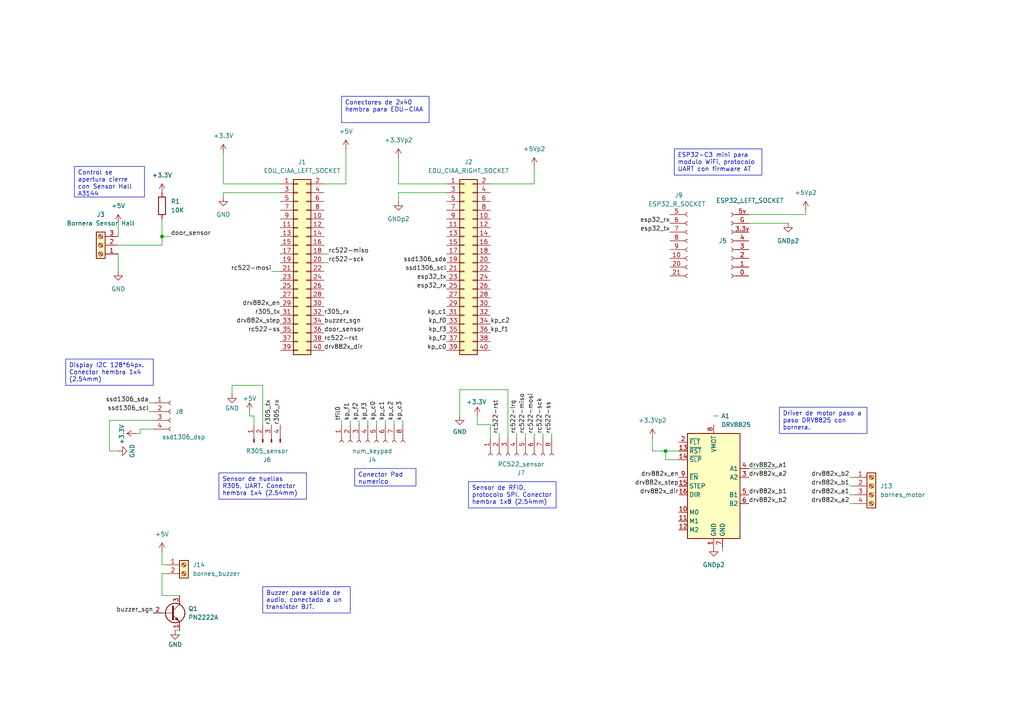
<source format=kicad_sch>
(kicad_sch (version 20250114) (generator "eeschema") (generator_version "9.0")
  (paper "A4")
  (lib_symbols
    (symbol "Conn_01x08_Socket_1" (pin_names (offset 1.016) (hide yes))
      (property "Reference" "J5" (at 1.27 0.0001 0))
      (property "Value" "Conn_01x08_Socket" (at 1.27 -2.5399 0))
      (symbol "Conn_01x08_Socket_1_1_1"
        (polyline (pts (xy -1.27 7.62) (xy -0.508 7.62)) (stroke (width 0.1524)))
        (polyline (pts (xy -1.27 5.08) (xy -0.508 5.08)) (stroke (width 0.1524)))
        (polyline (pts (xy -1.27 2.54) (xy -0.508 2.54)) (stroke (width 0.1524)))
        (polyline (pts (xy -1.27 0) (xy -0.508 0)) (stroke (width 0.1524)))
        (polyline (pts (xy -1.27 -2.54) (xy -0.508 -2.54)) (stroke (width 0.1524)))
        (polyline (pts (xy -1.27 -5.08) (xy -0.508 -5.08)) (stroke (width 0.1524)))
        (polyline (pts (xy -1.27 -7.62) (xy -0.508 -7.62)) (stroke (width 0.1524)))
        (polyline (pts (xy -1.27 -10.16) (xy -0.508 -10.16)) (stroke (width 0.1524)))
        (arc (start 0 7.112) (mid -0.5058 7.62) (end 0 8.128) (stroke (width 0.1524)))
        (arc (start 0 4.572) (mid -0.5058 5.08) (end 0 5.588) (stroke (width 0.1524)))
        (arc (start 0 2.032) (mid -0.5058 2.54) (end 0 3.048) (stroke (width 0.1524)))
        (arc (start 0 -0.508) (mid -0.5058 0) (end 0 0.508) (stroke (width 0.1524)))
        (arc (start 0 -3.048) (mid -0.5058 -2.54) (end 0 -2.032) (stroke (width 0.1524)))
        (arc (start 0 -5.588) (mid -0.5058 -5.08) (end 0 -4.572) (stroke (width 0.1524)))
        (arc (start 0 -8.128) (mid -0.5058 -7.62) (end 0 -7.112) (stroke (width 0.1524)))
        (arc (start 0 -10.668) (mid -0.5058 -10.16) (end 0 -9.652) (stroke (width 0.1524)))
        (pin passive line (at -5.08 7.62 0) (length 3.81) (name "5v") (number "5v"))
        (pin passive line (at -5.08 5.08 0) (length 3.81) (name "G") (number "G"))
        (pin passive line (at -5.08 2.54 0) (length 3.81) (name "3.3v") (number "3.3v"))
        (pin passive line (at -5.08 0 0) (length 3.81) (name "Pin_4") (number "4"))
        (pin passive line (at -5.08 -2.54 0) (length 3.81) (name "Pin_3") (number "3"))
        (pin passive line (at -5.08 -5.08 0) (length 3.81) (name "Pin_2") (number "2"))
        (pin passive line (at -5.08 -7.62 0) (length 3.81) (name "Pin_1") (number "1"))
        (pin passive line (at -5.08 -10.16 0) (length 3.81) (name "Pin_0") (number "0"))
      )
    )
    (symbol "Conn_01x08_Socket_2" (pin_names (offset 1.016) (hide yes))
      (property "Reference" "J9" (at -0.635 12.7 0))
      (property "Value" "Conn_01x08_Socket" (at -0.635 10.16 0))
      (symbol "Conn_01x08_Socket_2_1_1"
        (polyline (pts (xy -1.27 7.62) (xy -0.508 7.62)) (stroke (width 0.1524)))
        (polyline (pts (xy -1.27 5.08) (xy -0.508 5.08)) (stroke (width 0.1524)))
        (polyline (pts (xy -1.27 2.54) (xy -0.508 2.54)) (stroke (width 0.1524)))
        (polyline (pts (xy -1.27 0) (xy -0.508 0)) (stroke (width 0.1524)))
        (polyline (pts (xy -1.27 -2.54) (xy -0.508 -2.54)) (stroke (width 0.1524)))
        (polyline (pts (xy -1.27 -5.08) (xy -0.508 -5.08)) (stroke (width 0.1524)))
        (polyline (pts (xy -1.27 -7.62) (xy -0.508 -7.62)) (stroke (width 0.1524)))
        (polyline (pts (xy -1.27 -10.16) (xy -0.508 -10.16)) (stroke (width 0.1524)))
        (arc (start 0 7.112) (mid -0.5058 7.62) (end 0 8.128) (stroke (width 0.1524)))
        (arc (start 0 4.572) (mid -0.5058 5.08) (end 0 5.588) (stroke (width 0.1524)))
        (arc (start 0 2.032) (mid -0.5058 2.54) (end 0 3.048) (stroke (width 0.1524)))
        (arc (start 0 -0.508) (mid -0.5058 0) (end 0 0.508) (stroke (width 0.1524)))
        (arc (start 0 -3.048) (mid -0.5058 -2.54) (end 0 -2.032) (stroke (width 0.1524)))
        (arc (start 0 -5.588) (mid -0.5058 -5.08) (end 0 -4.572) (stroke (width 0.1524)))
        (arc (start 0 -8.128) (mid -0.5058 -7.62) (end 0 -7.112) (stroke (width 0.1524)))
        (arc (start 0 -10.668) (mid -0.5058 -10.16) (end 0 -9.652) (stroke (width 0.1524)))
        (pin passive line (at -5.08 7.62 0) (length 3.81) (name "Pin_5") (number "5"))
        (pin passive line (at -5.08 5.08 0) (length 3.81) (name "Pin_6") (number "6"))
        (pin passive line (at -5.08 2.54 0) (length 3.81) (name "Pin_7") (number "7"))
        (pin passive line (at -5.08 0 0) (length 3.81) (name "Pin_8") (number "8"))
        (pin passive line (at -5.08 -2.54 0) (length 3.81) (name "Pin_9") (number "9"))
        (pin passive line (at -5.08 -5.08 0) (length 3.81) (name "pin_10") (number "10"))
        (pin passive line (at -5.08 -7.62 0) (length 3.81) (name "Pin_20") (number "20"))
        (pin passive line (at -5.08 -10.16 0) (length 3.81) (name "Pin_21") (number "21"))
      )
    )
    (symbol "Connector:Conn_01x04_Pin" (pin_names (offset 1.016) (hide yes))
      (property "Reference" "J" (at 0 5.08 0))
      (property "Value" "Conn_01x04_Pin" (at 0 -7.62 0))
      (symbol "Conn_01x04_Pin_1_1"
        (rectangle (start 0.8636 2.667) (end 0 2.413) (stroke (width 0.1524)) (fill (type outline)))
        (rectangle (start 0.8636 0.127) (end 0 -0.127) (stroke (width 0.1524)) (fill (type outline)))
        (rectangle (start 0.8636 -2.413) (end 0 -2.667) (stroke (width 0.1524)) (fill (type outline)))
        (rectangle (start 0.8636 -4.953) (end 0 -5.207) (stroke (width 0.1524)) (fill (type outline)))
        (polyline (pts (xy 1.27 2.54) (xy 0.8636 2.54)) (stroke (width 0.1524)))
        (polyline (pts (xy 1.27 0) (xy 0.8636 0)) (stroke (width 0.1524)))
        (polyline (pts (xy 1.27 -2.54) (xy 0.8636 -2.54)) (stroke (width 0.1524)))
        (polyline (pts (xy 1.27 -5.08) (xy 0.8636 -5.08)) (stroke (width 0.1524)))
        (pin passive line (at 5.08 2.54 180) (length 3.81) (name "Pin_1") (number "1"))
        (pin passive line (at 5.08 0 180) (length 3.81) (name "Pin_2") (number "2"))
        (pin passive line (at 5.08 -2.54 180) (length 3.81) (name "Pin_3") (number "3"))
        (pin passive line (at 5.08 -5.08 180) (length 3.81) (name "Pin_4") (number "4"))
      )
    )
    (symbol "Connector:Conn_01x04_Socket" (pin_names (offset 1.016) (hide yes))
      (property "Reference" "J" (at 0 5.08 0))
      (property "Value" "Conn_01x04_Socket" (at 0 -7.62 0))
      (symbol "Conn_01x04_Socket_1_1"
        (polyline (pts (xy -1.27 2.54) (xy -0.508 2.54)) (stroke (width 0.1524)))
        (polyline (pts (xy -1.27 0) (xy -0.508 0)) (stroke (width 0.1524)))
        (polyline (pts (xy -1.27 -2.54) (xy -0.508 -2.54)) (stroke (width 0.1524)))
        (polyline (pts (xy -1.27 -5.08) (xy -0.508 -5.08)) (stroke (width 0.1524)))
        (arc (start 0 2.032) (mid -0.5058 2.54) (end 0 3.048) (stroke (width 0.1524)))
        (arc (start 0 -0.508) (mid -0.5058 0) (end 0 0.508) (stroke (width 0.1524)))
        (arc (start 0 -3.048) (mid -0.5058 -2.54) (end 0 -2.032) (stroke (width 0.1524)))
        (arc (start 0 -5.588) (mid -0.5058 -5.08) (end 0 -4.572) (stroke (width 0.1524)))
        (pin passive line (at -5.08 2.54 0) (length 3.81) (name "Pin_1") (number "1"))
        (pin passive line (at -5.08 0 0) (length 3.81) (name "Pin_2") (number "2"))
        (pin passive line (at -5.08 -2.54 0) (length 3.81) (name "Pin_3") (number "3"))
        (pin passive line (at -5.08 -5.08 0) (length 3.81) (name "Pin_4") (number "4"))
      )
    )
    (symbol "Connector:Conn_01x08_Socket" (pin_names (offset 1.016) (hide yes))
      (property "Reference" "J" (at 0 10.16 0))
      (property "Value" "Conn_01x08_Socket" (at 0 -12.7 0))
      (symbol "Conn_01x08_Socket_1_1"
        (polyline (pts (xy -1.27 7.62) (xy -0.508 7.62)) (stroke (width 0.1524)))
        (polyline (pts (xy -1.27 5.08) (xy -0.508 5.08)) (stroke (width 0.1524)))
        (polyline (pts (xy -1.27 2.54) (xy -0.508 2.54)) (stroke (width 0.1524)))
        (polyline (pts (xy -1.27 0) (xy -0.508 0)) (stroke (width 0.1524)))
        (polyline (pts (xy -1.27 -2.54) (xy -0.508 -2.54)) (stroke (width 0.1524)))
        (polyline (pts (xy -1.27 -5.08) (xy -0.508 -5.08)) (stroke (width 0.1524)))
        (polyline (pts (xy -1.27 -7.62) (xy -0.508 -7.62)) (stroke (width 0.1524)))
        (polyline (pts (xy -1.27 -10.16) (xy -0.508 -10.16)) (stroke (width 0.1524)))
        (arc (start 0 7.112) (mid -0.5058 7.62) (end 0 8.128) (stroke (width 0.1524)))
        (arc (start 0 4.572) (mid -0.5058 5.08) (end 0 5.588) (stroke (width 0.1524)))
        (arc (start 0 2.032) (mid -0.5058 2.54) (end 0 3.048) (stroke (width 0.1524)))
        (arc (start 0 -0.508) (mid -0.5058 0) (end 0 0.508) (stroke (width 0.1524)))
        (arc (start 0 -3.048) (mid -0.5058 -2.54) (end 0 -2.032) (stroke (width 0.1524)))
        (arc (start 0 -5.588) (mid -0.5058 -5.08) (end 0 -4.572) (stroke (width 0.1524)))
        (arc (start 0 -8.128) (mid -0.5058 -7.62) (end 0 -7.112) (stroke (width 0.1524)))
        (arc (start 0 -10.668) (mid -0.5058 -10.16) (end 0 -9.652) (stroke (width 0.1524)))
        (pin passive line (at -5.08 7.62 0) (length 3.81) (name "Pin_1") (number "1"))
        (pin passive line (at -5.08 5.08 0) (length 3.81) (name "Pin_2") (number "2"))
        (pin passive line (at -5.08 2.54 0) (length 3.81) (name "Pin_3") (number "3"))
        (pin passive line (at -5.08 0 0) (length 3.81) (name "Pin_4") (number "4"))
        (pin passive line (at -5.08 -2.54 0) (length 3.81) (name "Pin_5") (number "5"))
        (pin passive line (at -5.08 -5.08 0) (length 3.81) (name "Pin_6") (number "6"))
        (pin passive line (at -5.08 -7.62 0) (length 3.81) (name "Pin_7") (number "7"))
        (pin passive line (at -5.08 -10.16 0) (length 3.81) (name "Pin_8") (number "8"))
      )
    )
    (symbol "Connector:Screw_Terminal_01x02" (pin_names (offset 1.016) (hide yes))
      (property "Reference" "J" (at 0 2.54 0))
      (property "Value" "Screw_Terminal_01x02" (at 0 -5.08 0))
      (symbol "Screw_Terminal_01x02_1_1"
        (rectangle (start -1.27 1.27) (end 1.27 -3.81) (stroke (width 0.254)) (fill (type background)))
        (polyline (pts (xy -0.5334 0.3302) (xy 0.3302 -0.508)) (stroke (width 0.1524)))
        (polyline (pts (xy -0.5334 -2.2098) (xy 0.3302 -3.048)) (stroke (width 0.1524)))
        (polyline (pts (xy -0.3556 0.508) (xy 0.508 -0.3302)) (stroke (width 0.1524)))
        (polyline (pts (xy -0.3556 -2.032) (xy 0.508 -2.8702)) (stroke (width 0.1524)))
        (circle (center 0 0) (radius 0.635) (stroke (width 0.1524)))
        (circle (center 0 -2.54) (radius 0.635) (stroke (width 0.1524)))
        (pin passive line (at -5.08 0 0) (length 3.81) (name "Pin_1") (number "1"))
        (pin passive line (at -5.08 -2.54 0) (length 3.81) (name "Pin_2") (number "2"))
      )
    )
    (symbol "Connector:Screw_Terminal_01x03" (pin_names (offset 1.016) (hide yes))
      (property "Reference" "J" (at 0 5.08 0))
      (property "Value" "Screw_Terminal_01x03" (at 0 -5.08 0))
      (symbol "Screw_Terminal_01x03_1_1"
        (rectangle (start -1.27 3.81) (end 1.27 -3.81) (stroke (width 0.254)) (fill (type background)))
        (polyline (pts (xy -0.5334 2.8702) (xy 0.3302 2.032)) (stroke (width 0.1524)))
        (polyline (pts (xy -0.5334 0.3302) (xy 0.3302 -0.508)) (stroke (width 0.1524)))
        (polyline (pts (xy -0.5334 -2.2098) (xy 0.3302 -3.048)) (stroke (width 0.1524)))
        (polyline (pts (xy -0.3556 3.048) (xy 0.508 2.2098)) (stroke (width 0.1524)))
        (polyline (pts (xy -0.3556 0.508) (xy 0.508 -0.3302)) (stroke (width 0.1524)))
        (polyline (pts (xy -0.3556 -2.032) (xy 0.508 -2.8702)) (stroke (width 0.1524)))
        (circle (center 0 2.54) (radius 0.635) (stroke (width 0.1524)))
        (circle (center 0 0) (radius 0.635) (stroke (width 0.1524)))
        (circle (center 0 -2.54) (radius 0.635) (stroke (width 0.1524)))
        (pin passive line (at -5.08 2.54 0) (length 3.81) (name "Pin_1") (number "1"))
        (pin passive line (at -5.08 0 0) (length 3.81) (name "Pin_2") (number "2"))
        (pin passive line (at -5.08 -2.54 0) (length 3.81) (name "Pin_3") (number "3"))
      )
    )
    (symbol "Connector:Screw_Terminal_01x04" (pin_names (offset 1.016) (hide yes))
      (property "Reference" "J" (at 0 5.08 0))
      (property "Value" "Screw_Terminal_01x04" (at 0 -7.62 0))
      (symbol "Screw_Terminal_01x04_1_1"
        (rectangle (start -1.27 3.81) (end 1.27 -6.35) (stroke (width 0.254)) (fill (type background)))
        (polyline (pts (xy -0.5334 2.8702) (xy 0.3302 2.032)) (stroke (width 0.1524)))
        (polyline (pts (xy -0.5334 0.3302) (xy 0.3302 -0.508)) (stroke (width 0.1524)))
        (polyline (pts (xy -0.5334 -2.2098) (xy 0.3302 -3.048)) (stroke (width 0.1524)))
        (polyline (pts (xy -0.5334 -4.7498) (xy 0.3302 -5.588)) (stroke (width 0.1524)))
        (polyline (pts (xy -0.3556 3.048) (xy 0.508 2.2098)) (stroke (width 0.1524)))
        (polyline (pts (xy -0.3556 0.508) (xy 0.508 -0.3302)) (stroke (width 0.1524)))
        (polyline (pts (xy -0.3556 -2.032) (xy 0.508 -2.8702)) (stroke (width 0.1524)))
        (polyline (pts (xy -0.3556 -4.572) (xy 0.508 -5.4102)) (stroke (width 0.1524)))
        (circle (center 0 2.54) (radius 0.635) (stroke (width 0.1524)))
        (circle (center 0 0) (radius 0.635) (stroke (width 0.1524)))
        (circle (center 0 -2.54) (radius 0.635) (stroke (width 0.1524)))
        (circle (center 0 -5.08) (radius 0.635) (stroke (width 0.1524)))
        (pin passive line (at -5.08 2.54 0) (length 3.81) (name "Pin_1") (number "1"))
        (pin passive line (at -5.08 0 0) (length 3.81) (name "Pin_2") (number "2"))
        (pin passive line (at -5.08 -2.54 0) (length 3.81) (name "Pin_3") (number "3"))
        (pin passive line (at -5.08 -5.08 0) (length 3.81) (name "Pin_4") (number "4"))
      )
    )
    (symbol "Connector_Generic:Conn_02x20_Odd_Even" (pin_names (offset 1.016) (hide yes))
      (property "Reference" "J" (at 1.27 25.4 0))
      (property "Value" "Conn_02x20_Odd_Even" (at 1.27 -27.94 0))
      (symbol "Conn_02x20_Odd_Even_1_1"
        (rectangle (start -1.27 24.13) (end 3.81 -26.67) (stroke (width 0.254)) (fill (type background)))
        (rectangle (start -1.27 22.987) (end 0 22.733) (stroke (width 0.1524)))
        (rectangle (start -1.27 20.447) (end 0 20.193) (stroke (width 0.1524)))
        (rectangle (start -1.27 17.907) (end 0 17.653) (stroke (width 0.1524)))
        (rectangle (start -1.27 15.367) (end 0 15.113) (stroke (width 0.1524)))
        (rectangle (start -1.27 12.827) (end 0 12.573) (stroke (width 0.1524)))
        (rectangle (start -1.27 10.287) (end 0 10.033) (stroke (width 0.1524)))
        (rectangle (start -1.27 7.747) (end 0 7.493) (stroke (width 0.1524)))
        (rectangle (start -1.27 5.207) (end 0 4.953) (stroke (width 0.1524)))
        (rectangle (start -1.27 2.667) (end 0 2.413) (stroke (width 0.1524)))
        (rectangle (start -1.27 0.127) (end 0 -0.127) (stroke (width 0.1524)))
        (rectangle (start -1.27 -2.413) (end 0 -2.667) (stroke (width 0.1524)))
        (rectangle (start -1.27 -4.953) (end 0 -5.207) (stroke (width 0.1524)))
        (rectangle (start -1.27 -7.493) (end 0 -7.747) (stroke (width 0.1524)))
        (rectangle (start -1.27 -10.033) (end 0 -10.287) (stroke (width 0.1524)))
        (rectangle (start -1.27 -12.573) (end 0 -12.827) (stroke (width 0.1524)))
        (rectangle (start -1.27 -15.113) (end 0 -15.367) (stroke (width 0.1524)))
        (rectangle (start -1.27 -17.653) (end 0 -17.907) (stroke (width 0.1524)))
        (rectangle (start -1.27 -20.193) (end 0 -20.447) (stroke (width 0.1524)))
        (rectangle (start -1.27 -22.733) (end 0 -22.987) (stroke (width 0.1524)))
        (rectangle (start -1.27 -25.273) (end 0 -25.527) (stroke (width 0.1524)))
        (rectangle (start 3.81 22.987) (end 2.54 22.733) (stroke (width 0.1524)))
        (rectangle (start 3.81 20.447) (end 2.54 20.193) (stroke (width 0.1524)))
        (rectangle (start 3.81 17.907) (end 2.54 17.653) (stroke (width 0.1524)))
        (rectangle (start 3.81 15.367) (end 2.54 15.113) (stroke (width 0.1524)))
        (rectangle (start 3.81 12.827) (end 2.54 12.573) (stroke (width 0.1524)))
        (rectangle (start 3.81 10.287) (end 2.54 10.033) (stroke (width 0.1524)))
        (rectangle (start 3.81 7.747) (end 2.54 7.493) (stroke (width 0.1524)))
        (rectangle (start 3.81 5.207) (end 2.54 4.953) (stroke (width 0.1524)))
        (rectangle (start 3.81 2.667) (end 2.54 2.413) (stroke (width 0.1524)))
        (rectangle (start 3.81 0.127) (end 2.54 -0.127) (stroke (width 0.1524)))
        (rectangle (start 3.81 -2.413) (end 2.54 -2.667) (stroke (width 0.1524)))
        (rectangle (start 3.81 -4.953) (end 2.54 -5.207) (stroke (width 0.1524)))
        (rectangle (start 3.81 -7.493) (end 2.54 -7.747) (stroke (width 0.1524)))
        (rectangle (start 3.81 -10.033) (end 2.54 -10.287) (stroke (width 0.1524)))
        (rectangle (start 3.81 -12.573) (end 2.54 -12.827) (stroke (width 0.1524)))
        (rectangle (start 3.81 -15.113) (end 2.54 -15.367) (stroke (width 0.1524)))
        (rectangle (start 3.81 -17.653) (end 2.54 -17.907) (stroke (width 0.1524)))
        (rectangle (start 3.81 -20.193) (end 2.54 -20.447) (stroke (width 0.1524)))
        (rectangle (start 3.81 -22.733) (end 2.54 -22.987) (stroke (width 0.1524)))
        (rectangle (start 3.81 -25.273) (end 2.54 -25.527) (stroke (width 0.1524)))
        (pin passive line (at -5.08 22.86 0) (length 3.81) (name "Pin_1") (number "1"))
        (pin passive line (at -5.08 20.32 0) (length 3.81) (name "Pin_3") (number "3"))
        (pin passive line (at -5.08 17.78 0) (length 3.81) (name "Pin_5") (number "5"))
        (pin passive line (at -5.08 15.24 0) (length 3.81) (name "Pin_7") (number "7"))
        (pin passive line (at -5.08 12.7 0) (length 3.81) (name "Pin_9") (number "9"))
        (pin passive line (at -5.08 10.16 0) (length 3.81) (name "Pin_11") (number "11"))
        (pin passive line (at -5.08 7.62 0) (length 3.81) (name "Pin_13") (number "13"))
        (pin passive line (at -5.08 5.08 0) (length 3.81) (name "Pin_15") (number "15"))
        (pin passive line (at -5.08 2.54 0) (length 3.81) (name "Pin_17") (number "17"))
        (pin passive line (at -5.08 0 0) (length 3.81) (name "Pin_19") (number "19"))
        (pin passive line (at -5.08 -2.54 0) (length 3.81) (name "Pin_21") (number "21"))
        (pin passive line (at -5.08 -5.08 0) (length 3.81) (name "Pin_23") (number "23"))
        (pin passive line (at -5.08 -7.62 0) (length 3.81) (name "Pin_25") (number "25"))
        (pin passive line (at -5.08 -10.16 0) (length 3.81) (name "Pin_27") (number "27"))
        (pin passive line (at -5.08 -12.7 0) (length 3.81) (name "Pin_29") (number "29"))
        (pin passive line (at -5.08 -15.24 0) (length 3.81) (name "Pin_31") (number "31"))
        (pin passive line (at -5.08 -17.78 0) (length 3.81) (name "Pin_33") (number "33"))
        (pin passive line (at -5.08 -20.32 0) (length 3.81) (name "Pin_35") (number "35"))
        (pin passive line (at -5.08 -22.86 0) (length 3.81) (name "Pin_37") (number "37"))
        (pin passive line (at -5.08 -25.4 0) (length 3.81) (name "Pin_39") (number "39"))
        (pin passive line (at 7.62 22.86 180) (length 3.81) (name "Pin_2") (number "2"))
        (pin passive line (at 7.62 20.32 180) (length 3.81) (name "Pin_4") (number "4"))
        (pin passive line (at 7.62 17.78 180) (length 3.81) (name "Pin_6") (number "6"))
        (pin passive line (at 7.62 15.24 180) (length 3.81) (name "Pin_8") (number "8"))
        (pin passive line (at 7.62 12.7 180) (length 3.81) (name "Pin_10") (number "10"))
        (pin passive line (at 7.62 10.16 180) (length 3.81) (name "Pin_12") (number "12"))
        (pin passive line (at 7.62 7.62 180) (length 3.81) (name "Pin_14") (number "14"))
        (pin passive line (at 7.62 5.08 180) (length 3.81) (name "Pin_16") (number "16"))
        (pin passive line (at 7.62 2.54 180) (length 3.81) (name "Pin_18") (number "18"))
        (pin passive line (at 7.62 0 180) (length 3.81) (name "Pin_20") (number "20"))
        (pin passive line (at 7.62 -2.54 180) (length 3.81) (name "Pin_22") (number "22"))
        (pin passive line (at 7.62 -5.08 180) (length 3.81) (name "Pin_24") (number "24"))
        (pin passive line (at 7.62 -7.62 180) (length 3.81) (name "Pin_26") (number "26"))
        (pin passive line (at 7.62 -10.16 180) (length 3.81) (name "Pin_28") (number "28"))
        (pin passive line (at 7.62 -12.7 180) (length 3.81) (name "Pin_30") (number "30"))
        (pin passive line (at 7.62 -15.24 180) (length 3.81) (name "Pin_32") (number "32"))
        (pin passive line (at 7.62 -17.78 180) (length 3.81) (name "Pin_34") (number "34"))
        (pin passive line (at 7.62 -20.32 180) (length 3.81) (name "Pin_36") (number "36"))
        (pin passive line (at 7.62 -22.86 180) (length 3.81) (name "Pin_38") (number "38"))
        (pin passive line (at 7.62 -25.4 180) (length 3.81) (name "Pin_40") (number "40"))
      )
    )
    (symbol "Device:R" (pin_numbers (hide yes)) (pin_names (offset 0))
      (property "Reference" "R" (at 2.032 0 90))
      (property "Value" "R" (at 0 0 90))
      (symbol "R_0_1"
        (rectangle (start -1.016 -2.54) (end 1.016 2.54) (stroke (width 0.254)))
      )
      (symbol "R_1_1"
        (pin passive line (at 0 3.81 270) (length 1.27) (name "~") (number "1"))
        (pin passive line (at 0 -3.81 90) (length 1.27) (name "~") (number "2"))
      )
    )
    (symbol "Driver_Motor:Pololu_Breakout_DRV8825"
      (property "Reference" "A" (at -2.54 16.51 0))
      (property "Value" "Pololu_Breakout_DRV8825" (at -2.54 13.97 0))
      (symbol "Pololu_Breakout_DRV8825_0_1"
        (rectangle (start 7.62 -17.78) (end -7.62 12.7) (stroke (width 0.254)) (fill (type background)))
      )
      (symbol "Pololu_Breakout_DRV8825_1_1"
        (pin output line (at -10.16 10.16 0) (length 2.54) (name "~{FLT}") (number "2"))
        (pin input line (at -10.16 7.62 0) (length 2.54) (name "~{RST}") (number "13"))
        (pin input line (at -10.16 5.08 0) (length 2.54) (name "~{SLP}") (number "14"))
        (pin input line (at -10.16 0 0) (length 2.54) (name "~{EN}") (number "9"))
        (pin input line (at -10.16 -2.54 0) (length 2.54) (name "STEP") (number "15"))
        (pin input line (at -10.16 -5.08 0) (length 2.54) (name "DIR") (number "16"))
        (pin input line (at -10.16 -10.16 0) (length 2.54) (name "M0") (number "10"))
        (pin input line (at -10.16 -12.7 0) (length 2.54) (name "M1") (number "11"))
        (pin input line (at -10.16 -15.24 0) (length 2.54) (name "M2") (number "12"))
        (pin power_in line (at 0 15.24 270) (length 2.54) (name "VMOT") (number "8"))
        (pin power_in line (at 0 -20.32 90) (length 2.54) (name "GND") (number "1"))
        (pin power_in line (at 2.54 -20.32 90) (length 2.54) (name "GND") (number "7"))
        (pin output line (at 10.16 2.54 180) (length 2.54) (name "A1") (number "4"))
        (pin output line (at 10.16 0 180) (length 2.54) (name "A2") (number "3"))
        (pin output line (at 10.16 -5.08 180) (length 2.54) (name "B1") (number "5"))
        (pin output line (at 10.16 -7.62 180) (length 2.54) (name "B2") (number "6"))
      )
    )
    (symbol "Transistor_BJT:PN2222A" (pin_names (offset 0) (hide yes))
      (property "Reference" "Q" (at 5.08 1.905 0))
      (property "Value" "PN2222A" (at 5.08 0 0))
      (symbol "PN2222A_0_1"
        (polyline (pts (xy -2.54 0) (xy 0.635 0)))
        (polyline (pts (xy 0.635 1.905) (xy 0.635 -1.905)) (stroke (width 0.508)))
        (circle (center 1.27 0) (radius 2.8194) (stroke (width 0.254)))
      )
      (symbol "PN2222A_1_1"
        (polyline (pts (xy 0.635 0.635) (xy 2.54 2.54)))
        (polyline (pts (xy 0.635 -0.635) (xy 2.54 -2.54)))
        (polyline (pts (xy 1.27 -1.778) (xy 1.778 -1.27) (xy 2.286 -2.286) (xy 1.27 -1.778)) (fill (type outline)))
        (pin input line (at -5.08 0 0) (length 2.54) (name "B") (number "2"))
        (pin passive line (at 2.54 5.08 270) (length 2.54) (name "C") (number "3"))
        (pin passive line (at 2.54 -5.08 90) (length 2.54) (name "E") (number "1"))
      )
    )
    (symbol "power:+3.3V" (power) (pin_numbers (hide yes)) (pin_names (offset 0) (hide yes))
      (property "Value" "+3.3V" (at 0 3.556 0))
      (symbol "+3.3V_0_1"
        (polyline (pts (xy -0.762 1.27) (xy 0 2.54)))
        (polyline (pts (xy 0 2.54) (xy 0.762 1.27)))
        (polyline (pts (xy 0 0) (xy 0 2.54)))
      )
      (symbol "+3.3V_1_1"
        (pin power_in line (at 0 0 90) (length 0) (name "~") (number "1"))
      )
    )
    (symbol "power:+5V" (power) (pin_numbers (hide yes)) (pin_names (offset 0) (hide yes))
      (property "Value" "+5V" (at 0 3.556 0))
      (symbol "+5V_0_1"
        (polyline (pts (xy -0.762 1.27) (xy 0 2.54)))
        (polyline (pts (xy 0 2.54) (xy 0.762 1.27)))
        (polyline (pts (xy 0 0) (xy 0 2.54)))
      )
      (symbol "+5V_1_1"
        (pin power_in line (at 0 0 90) (length 0) (name "~") (number "1"))
      )
    )
    (symbol "power:GND" (power) (pin_numbers (hide yes)) (pin_names (offset 0) (hide yes))
      (property "Value" "GND" (at 0 -3.81 0))
      (symbol "GND_0_1"
        (polyline (pts (xy 0 0) (xy 0 -1.27) (xy 1.27 -1.27) (xy 0 -2.54) (xy -1.27 -1.27) (xy 0 -1.27)))
      )
      (symbol "GND_1_1"
        (pin power_in line (at 0 0 270) (length 0) (name "~") (number "1"))
      )
    )
  )
  (text_box "Driver de motor paso a paso DRV8825 con bornera." (at 226.06 118.11 0) (size 25.4 7.62) (margins 0.9525 0.9525 0.9525 0.9525) (effects (font (size 1.27 1.27)) (justify left top)))
  (text_box "Display I2C 128*64px. Conector hembra 1x4 (2.54mm)" (at 19.05 104.14 0) (size 25.4 7.62) (margins 0.9525 0.9525 0.9525 0.9525) (effects (font (size 1.27 1.27)) (justify left top)))
  (text_box "Control se apertura cierre con Sensor Hall A3144" (at 21.59 48.26 0) (size 20.32 8.89) (margins 0.9525 0.9525 0.9525 0.9525) (effects (font (size 1.27 1.27)) (justify left top)))
  (text_box "Conectores de 2x40 hembra para EDU-CIAA" (at 99.06 27.94 0) (size 25.4 7.62) (margins 0.9525 0.9525 0.9525 0.9525) (effects (font (size 1.27 1.27)) (justify left top)))
  (text_box "Buzzer para salida de audio, conectado a un transistor BJT." (at 76.2 170.18 0) (size 25.4 7.62) (margins 0.9525 0.9525 0.9525 0.9525) (effects (font (size 1.27 1.27)) (justify left top)))
  (text_box "Conector Pad numerico" (at 102.87 135.89 0) (size 17.78 5.08) (margins 0.9525 0.9525 0.9525 0.9525) (effects (font (size 1.27 1.27)) (justify left top)))
  (text_box "ESP32-C3 mini para modulo WiFi, protocolo UART con firmware AT" (at 195.58 43.18 0) (size 25.4 7.62) (margins 0.9525 0.9525 0.9525 0.9525) (effects (font (size 1.27 1.27)) (justify left top)))
  (text_box "Sensor de huellas R305, UART. Conector hembra 1x4 (2.54mm)" (at 63.5 137.16 0) (size 25.4 7.62) (margins 0.9525 0.9525 0.9525 0.9525) (effects (font (size 1.27 1.27)) (justify left top)))
  (text_box "Sensor de RFID, protocolo SPI. Conector hembra 1x8 (2.54mm)" (at 135.89 139.7 0) (size 25.4 7.62) (margins 0.9525 0.9525 0.9525 0.9525) (effects (font (size 1.27 1.27)) (justify left top)))
  (junction (at 46.99 68.58))
  (junction (at 193.04 130.81))
  (wire (pts (xy 44.45 121.92) (xy 31.75 121.92)))
  (wire (pts (xy 114.3 123.19) (xy 114.3 121.92)))
  (wire (pts (xy 48.26 166.37) (xy 46.99 166.37)))
  (wire (pts (xy 72.39 119.38) (xy 72.39 120.65)))
  (wire (pts (xy 115.57 58.42) (xy 115.57 55.88)))
  (wire (pts (xy 99.06 123.19) (xy 99.06 121.92)))
  (wire (pts (xy 149.86 127) (xy 149.86 125.73)))
  (wire (pts (xy 100.33 53.34) (xy 100.33 43.18)))
  (wire (pts (xy 247.65 146.05) (xy 246.38 146.05)))
  (wire (pts (xy 52.07 182.88) (xy 50.8 182.88)))
  (wire (pts (xy 133.35 113.03) (xy 133.35 120.65)))
  (wire (pts (xy 64.77 55.88) (xy 81.28 55.88)))
  (wire (pts (xy 109.22 123.19) (xy 109.22 121.92)))
  (wire (pts (xy 104.14 123.19) (xy 104.14 121.92)))
  (wire (pts (xy 46.99 71.12) (xy 46.99 68.58)))
  (wire (pts (xy 40.64 125.73) (xy 40.64 124.46)))
  (wire (pts (xy 116.84 123.19) (xy 116.84 121.92)))
  (wire (pts (xy 64.77 57.15) (xy 64.77 55.88)))
  (wire (pts (xy 64.77 44.45) (xy 64.77 53.34)))
  (wire (pts (xy 154.94 127) (xy 154.94 125.73)))
  (wire (pts (xy 115.57 53.34) (xy 129.54 53.34)))
  (wire (pts (xy 46.99 63.5) (xy 46.99 68.58)))
  (wire (pts (xy 247.65 140.97) (xy 246.38 140.97)))
  (wire (pts (xy 44.45 119.38) (xy 43.18 119.38)))
  (wire (pts (xy 95.25 73.66) (xy 93.98 73.66)))
  (wire (pts (xy 101.6 123.19) (xy 101.6 121.92)))
  (wire (pts (xy 34.29 64.77) (xy 34.29 68.58)))
  (wire (pts (xy 46.99 163.83) (xy 48.26 163.83)))
  (wire (pts (xy 111.76 123.19) (xy 111.76 121.92)))
  (wire (pts (xy 209.55 160.02) (xy 209.55 158.75)))
  (wire (pts (xy 228.6 64.77) (xy 217.17 64.77)))
  (wire (pts (xy 93.98 53.34) (xy 100.33 53.34)))
  (wire (pts (xy 142.24 53.34) (xy 154.94 53.34)))
  (wire (pts (xy 115.57 55.88) (xy 129.54 55.88)))
  (wire (pts (xy 39.37 125.73) (xy 40.64 125.73)))
  (wire (pts (xy 196.85 133.35) (xy 193.04 133.35)))
  (wire (pts (xy 217.17 62.23) (xy 233.68 62.23)))
  (wire (pts (xy 44.45 116.84) (xy 43.18 116.84)))
  (wire (pts (xy 72.39 120.65) (xy 73.66 120.65)))
  (wire (pts (xy 144.78 127) (xy 144.78 125.73)))
  (wire (pts (xy 34.29 78.74) (xy 34.29 73.66)))
  (wire (pts (xy 46.99 160.02) (xy 46.99 163.83)))
  (wire (pts (xy 160.02 127) (xy 160.02 125.73)))
  (wire (pts (xy 95.25 76.2) (xy 93.98 76.2)))
  (wire (pts (xy 147.32 127) (xy 147.32 113.03)))
  (wire (pts (xy 247.65 138.43) (xy 246.38 138.43)))
  (wire (pts (xy 193.04 130.81) (xy 189.23 130.81)))
  (wire (pts (xy 31.75 130.81) (xy 34.29 130.81)))
  (wire (pts (xy 49.53 68.58) (xy 46.99 68.58)))
  (wire (pts (xy 40.64 124.46) (xy 44.45 124.46)))
  (wire (pts (xy 34.29 71.12) (xy 46.99 71.12)))
  (wire (pts (xy 78.74 78.74) (xy 81.28 78.74)))
  (wire (pts (xy 46.99 166.37) (xy 46.99 172.72)))
  (wire (pts (xy 73.66 120.65) (xy 73.66 123.19)))
  (wire (pts (xy 196.85 130.81) (xy 193.04 130.81)))
  (wire (pts (xy 147.32 113.03) (xy 133.35 113.03)))
  (wire (pts (xy 152.4 127) (xy 152.4 125.73)))
  (wire (pts (xy 142.24 123.19) (xy 142.24 127)))
  (wire (pts (xy 67.31 111.76) (xy 67.31 114.3)))
  (wire (pts (xy 193.04 133.35) (xy 193.04 130.81)))
  (wire (pts (xy 233.68 62.23) (xy 233.68 60.96)))
  (wire (pts (xy 208.28 120.65) (xy 207.01 120.65)))
  (wire (pts (xy 115.57 45.72) (xy 115.57 53.34)))
  (wire (pts (xy 157.48 127) (xy 157.48 125.73)))
  (wire (pts (xy 76.2 123.19) (xy 76.2 111.76)))
  (wire (pts (xy 106.68 123.19) (xy 106.68 121.92)))
  (wire (pts (xy 247.65 143.51) (xy 246.38 143.51)))
  (wire (pts (xy 138.43 123.19) (xy 142.24 123.19)))
  (wire (pts (xy 76.2 111.76) (xy 67.31 111.76)))
  (wire (pts (xy 154.94 53.34) (xy 154.94 48.26)))
  (wire (pts (xy 31.75 121.92) (xy 31.75 130.81)))
  (wire (pts (xy 52.07 172.72) (xy 46.99 172.72)))
  (wire (pts (xy 217.17 135.89) (xy 224.79 135.89)))
  (wire (pts (xy 138.43 120.65) (xy 138.43 123.19)))
  (wire (pts (xy 189.23 127) (xy 189.23 130.81)))
  (wire (pts (xy 64.77 53.34) (xy 81.28 53.34)))
  (label "drv882x_a1" (at 217.17 135.89 0))
  (label "esp32_tx" (at 129.54 81.28 180))
  (label "drv882x_en" (at 196.85 138.43 180))
  (label "ssd1306_scl" (at 129.54 78.74 180))
  (label "r305_rx" (at 93.98 91.44 0))
  (label "drv882x_en" (at 81.28 88.9 180))
  (label "esp32_rx" (at 194.31 64.77 180))
  (label "door_sensor" (at 49.53 68.58 0))
  (label "kp_f3" (at 106.68 121.92 90))
  (label "buzzer_sgn" (at 44.45 177.8 180))
  (label "esp32_tx" (at 194.31 67.31 180))
  (label "kp_c0" (at 109.22 121.92 90))
  (label "drv882x_b1" (at 246.38 140.97 180))
  (label "kp_c0" (at 129.54 101.6 180))
  (label "drv882x_b2" (at 217.17 146.05 0))
  (label "esp32_rx" (at 129.54 83.82 180))
  (label "rc522-irq" (at 149.86 125.73 90))
  (label "kp_f1" (at 101.6 121.92 90))
  (label "rc522-mosi" (at 78.74 78.74 180))
  (label "drv882x_step" (at 196.85 140.97 180))
  (label "kp_c1" (at 129.54 91.44 180))
  (label "ssd1306_sda" (at 129.54 76.2 180))
  (label "kp_f2" (at 104.14 121.92 90))
  (label "kp_c2" (at 114.3 121.92 90))
  (label "drv882x_a2" (at 246.38 146.05 180))
  (label "rc522-sck" (at 157.48 125.73 90))
  (label "kp_c3" (at 116.84 121.92 90))
  (label "rc522-ss" (at 81.28 96.52 180))
  (label "rc522-miso" (at 95.25 73.66 0))
  (label "rc522-ss" (at 160.02 125.73 90))
  (label "kp_f2" (at 129.54 99.06 180))
  (label "rc522-mosi" (at 154.94 125.73 90))
  (label "drv882x_b1" (at 217.17 143.51 0))
  (label "rc522-rst" (at 144.78 125.73 90))
  (label "r305_tx" (at 78.74 123.19 90))
  (label "rc522-miso" (at 152.4 125.73 90))
  (label "kp_c2" (at 142.24 93.98 0))
  (label "ssd1306_sda" (at 43.18 116.84 180))
  (label "r305_tx" (at 81.28 91.44 180))
  (label "rc522-sck" (at 95.25 76.2 0))
  (label "door_sensor" (at 93.98 96.52 0))
  (label "kp_f3" (at 129.54 96.52 180))
  (label "kp_f1" (at 142.24 96.52 0))
  (label "drv882x_a2" (at 217.17 138.43 0))
  (label "buzzer_sgn" (at 93.98 93.98 0))
  (label "kp_c1" (at 111.76 121.92 90))
  (label "ssd1306_scl" (at 43.18 119.38 180))
  (label "drv882x_a1" (at 246.38 143.51 180))
  (label "drv882x_dir" (at 196.85 143.51 180))
  (label "kp_f0" (at 129.54 93.98 180))
  (label "r305_rx" (at 81.28 123.19 90))
  (label "drv882x_dir" (at 93.98 101.6 0))
  (label "drv882x_b2" (at 246.38 138.43 180))
  (label "tfil0" (at 99.06 121.92 90))
  (label "drv882x_step" (at 81.28 93.98 180))
  (label "rc522-rst" (at 93.98 99.06 0))
  (symbol (lib_id "power:+3.3V") (at 46.99 55.88 0) (unit 1)
    (property "Reference" "#PWR019" (effects (hide yes)))
    (property "Value" "+3.3V" (at 46.99 50.8 0))
    (property "Description" "Power symbol creates a global label with name \"+3.3V\"" (effects (hide yes)))
  )
  (symbol (lib_id "power:GND") (at 115.57 58.42 0) (unit 1)
    (property "Reference" "#PWR022" (effects (hide yes)))
    (property "Value" "GNDp2" (at 115.57 63.5 0))
    (property "Description" "Power symbol creates a global label with name \"GND\" , ground" (effects (hide yes)))
  )
  (symbol (lib_id "Transistor_BJT:PN2222A") (at 49.53 177.8 0) (unit 1)
    (property "Reference" "Q1" (at 54.61 176.5299 0) (effects (justify left)))
    (property "Value" "PN2222A" (at 54.61 179.0699 0) (effects (justify left)))
    (property "Footprint" "Package_TO_SOT_THT:TO-92_Inline" (effects (hide yes)))
    (property "Datasheet" "https://www.onsemi.com/pub/Collateral/PN2222-D.PDF" (effects (hide yes)))
    (property "Description" "1A Ic, 40V Vce, NPN Transistor, General Purpose Transistor, TO-92" (effects (hide yes)))
  )
  (symbol (lib_id "power:+3.3V") (at 138.43 120.65 0) (unit 1)
    (property "Reference" "#PWR09" (effects (hide yes)))
    (property "Value" "+3.3V" (at 138.176 116.586 0))
    (property "Description" "Power symbol creates a global label with name \"+3.3V\"" (effects (hide yes)))
  )
  (symbol (lib_id "power:+5V") (at 100.33 43.18 0) (unit 1)
    (property "Reference" "#PWR02" (effects (hide yes)))
    (property "Value" "+5V" (at 100.33 38.1 0))
    (property "Description" "Power symbol creates a global label with name \"+5V\"" (effects (hide yes)))
  )
  (symbol (lib_name "Conn_01x08_Socket_1") (lib_id "Connector:Conn_01x08_Socket") (at 212.09 69.85 0) (mirror y) (unit 1)
    (property "Reference" "J5" (at 210.82 69.8499 0) (effects (justify left)))
    (property "Value" "ESP32_LEFT_SOCKET" (at 227.33 58.166 0) (effects (justify left)))
    (property "Footprint" "Connector_Molex:Molex_KK-254_AE-6410-08A_1x08_P2.54mm_Vertical" (effects (hide yes)))
    (property "Description" "Generic connector, single row, 01x08, script generated" (effects (hide yes)))
  )
  (symbol (lib_id "Connector:Conn_01x04_Pin") (at 76.2 128.27 90) (unit 1)
    (property "Reference" "J6" (at 77.47 133.35 90))
    (property "Value" "R305_sensor" (at 77.47 130.81 90))
    (property "Footprint" "Connector:FanPinHeader_1x04_P2.54mm_Vertical" (effects (hide yes)))
    (property "Description" "Generic connector, single row, 01x04, script generated" (effects (hide yes)))
  )
  (symbol (lib_id "Connector_Generic:Conn_02x20_Odd_Even") (at 134.62 76.2 0) (unit 1)
    (property "Reference" "J2" (at 135.89 46.99 0))
    (property "Value" "EDU_CIAA_RIGHT_SOCKET" (at 135.89 49.53 0))
    (property "Footprint" "Connector_Harwin:Harwin_M20-7812045_2x20_P2.54mm_Vertical" (effects (hide yes)))
    (property "Description" "Generic connector, double row, 02x20, odd/even pin numbering scheme (row 1 odd numbers, row 2 even numbers), script generated (kicad-library-utils/schlib/autogen/connector/)" (effects (hide yes)))
  )
  (symbol (lib_id "Driver_Motor:Pololu_Breakout_DRV8825") (at 207.01 138.43 0) (unit 1)
    (property "Reference" "A1" (at 209.1533 120.65 0) (effects (justify left)))
    (property "Value" "DRV8825" (at 209.1533 123.19 0) (effects (justify left)))
    (property "Footprint" "Module:Pololu_Breakout-16_15.2x20.3mm" (effects (hide yes)))
    (property "Datasheet" "https://www.pololu.com/product/2982" (effects (hide yes)))
    (property "Description" "Pololu Breakout Board, Stepper Driver DRV8825" (effects (hide yes)))
  )
  (symbol (lib_id "power:GND") (at 50.8 182.88 0) (unit 1)
    (property "Reference" "#PWR016" (effects (hide yes)))
    (property "Value" "GND" (at 50.8 186.944 0))
    (property "Description" "Power symbol creates a global label with name \"GND\" , ground" (effects (hide yes)))
  )
  (symbol (lib_id "power:+3.3V") (at 115.57 45.72 0) (unit 1)
    (property "Reference" "#PWR021" (effects (hide yes)))
    (property "Value" "+3.3Vp2" (at 115.57 40.64 0))
    (property "Description" "Power symbol creates a global label with name \"+3.3V\"" (effects (hide yes)))
  )
  (symbol (lib_name "Conn_01x08_Socket_2") (lib_id "Connector:Conn_01x08_Socket") (at 199.39 69.85 0) (unit 1)
    (property "Reference" "J9" (at 196.85 56.642 0))
    (property "Value" "ESP32_R_SOCKET" (at 196.342 59.182 0))
    (property "Description" "Generic connector, single row, 01x08, script generated" (effects (hide yes)))
  )
  (symbol (lib_id "power:GND") (at 67.31 114.3 0) (unit 1)
    (property "Reference" "#PWR07" (effects (hide yes)))
    (property "Value" "GND" (at 67.31 118.364 0))
    (property "Description" "Power symbol creates a global label with name \"GND\" , ground" (effects (hide yes)))
  )
  (symbol (lib_id "power:GND") (at 64.77 57.15 0) (unit 1)
    (property "Reference" "#PWR03" (effects (hide yes)))
    (property "Value" "GND" (at 64.77 62.23 0))
    (property "Description" "Power symbol creates a global label with name \"GND\" , ground" (effects (hide yes)))
  )
  (symbol (lib_id "power:+5V") (at 34.29 64.77 0) (unit 1)
    (property "Reference" "#PWR012" (effects (hide yes)))
    (property "Value" "+5V" (at 34.29 59.69 0))
    (property "Description" "Power symbol creates a global label with name \"+5V\"" (effects (hide yes)))
  )
  (symbol (lib_id "power:+5V") (at 72.39 119.38 0) (unit 1)
    (property "Reference" "#PWR06" (effects (hide yes)))
    (property "Value" "+5V" (at 72.39 115.57 0))
    (property "Description" "Power symbol creates a global label with name \"+5V\"" (effects (hide yes)))
  )
  (symbol (lib_id "power:GND") (at 228.6 64.77 0) (unit 1)
    (property "Reference" "#PWR020" (effects (hide yes)))
    (property "Value" "GNDp2" (at 228.6 69.85 0))
    (property "Description" "Power symbol creates a global label with name \"GND\" , ground" (effects (hide yes)))
  )
  (symbol (lib_id "power:GND") (at 34.29 130.81 90) (unit 1)
    (property "Reference" "#PWR010" (effects (hide yes)))
    (property "Value" "GND" (at 38.354 130.81 0))
    (property "Description" "Power symbol creates a global label with name \"GND\" , ground" (effects (hide yes)))
  )
  (symbol (lib_id "Connector:Screw_Terminal_01x03") (at 29.21 71.12 180) (unit 1)
    (property "Reference" "J3" (at 29.21 62.23 0))
    (property "Value" "Bornera Sensor Hall" (at 29.21 64.77 0))
    (property "Footprint" "TerminalBlock:TerminalBlock_Altech_AK300-3_P5.00mm" (effects (hide yes)))
    (property "Description" "Generic screw terminal, single row, 01x03, script generated (kicad-library-utils/schlib/autogen/connector/)" (effects (hide yes)))
  )
  (symbol (lib_id "Connector:Screw_Terminal_01x04") (at 252.73 140.97 0) (unit 1)
    (property "Reference" "J13" (at 255.27 140.9699 0) (effects (justify left)))
    (property "Value" "bornes_motor" (at 255.27 143.5099 0) (effects (justify left)))
    (property "Footprint" "TerminalBlock:TerminalBlock_Altech_AK300-4_P5.00mm" (effects (hide yes)))
    (property "Description" "Generic screw terminal, single row, 01x04, script generated (kicad-library-utils/schlib/autogen/connector/)" (effects (hide yes)))
  )
  (symbol (lib_id "power:+5V") (at 154.94 48.26 0) (unit 1)
    (property "Reference" "#PWR05" (effects (hide yes)))
    (property "Value" "+5Vp2" (at 154.94 43.18 0))
    (property "Description" "Power symbol creates a global label with name \"+5V\"" (effects (hide yes)))
  )
  (symbol (lib_id "Connector:Conn_01x08_Socket") (at 106.68 128.27 90) (mirror x) (unit 1)
    (property "Reference" "J4" (at 107.95 133.35 90))
    (property "Value" "num_keypad" (at 107.95 130.81 90))
    (property "Footprint" "Connector_PinHeader_2.54mm:PinHeader_1x08_P2.54mm_Vertical" (effects (hide yes)))
    (property "Description" "Generic connector, single row, 01x08, script generated" (effects (hide yes)))
  )
  (symbol (lib_id "power:+5V") (at 46.99 160.02 0) (unit 1)
    (property "Reference" "#PWR017" (effects (hide yes)))
    (property "Value" "+5V" (at 46.99 154.94 0))
    (property "Description" "Power symbol creates a global label with name \"+5V\"" (effects (hide yes)))
  )
  (symbol (lib_id "power:+3.3V") (at 39.37 125.73 90) (unit 1)
    (property "Reference" "#PWR011" (effects (hide yes)))
    (property "Value" "+3.3V" (at 35.306 125.984 0))
    (property "Description" "Power symbol creates a global label with name \"+3.3V\"" (effects (hide yes)))
  )
  (symbol (lib_id "power:+5V") (at 233.68 60.96 0) (unit 1)
    (property "Reference" "#PWR04" (effects (hide yes)))
    (property "Value" "+5Vp2" (at 233.68 55.88 0))
    (property "Description" "Power symbol creates a global label with name \"+5V\"" (effects (hide yes)))
  )
  (symbol (lib_id "power:GND") (at 34.29 78.74 0) (unit 1)
    (property "Reference" "#PWR013" (effects (hide yes)))
    (property "Value" "GND" (at 34.29 83.82 0))
    (property "Description" "Power symbol creates a global label with name \"GND\" , ground" (effects (hide yes)))
  )
  (symbol (lib_id "power:+3.3V") (at 64.77 44.45 0) (unit 1)
    (property "Reference" "#PWR01" (effects (hide yes)))
    (property "Value" "+3.3V" (at 64.77 39.37 0))
    (property "Description" "Power symbol creates a global label with name \"+3.3V\"" (effects (hide yes)))
  )
  (symbol (lib_id "Device:R") (at 46.99 59.69 0) (unit 1)
    (property "Reference" "R1" (at 49.53 58.4199 0) (effects (justify left)))
    (property "Value" "10K" (at 49.53 60.9599 0) (effects (justify left)))
    (property "Description" "Resistor" (effects (hide yes)))
  )
  (symbol (lib_id "power:GND") (at 133.35 120.65 0) (unit 1)
    (property "Reference" "#PWR08" (effects (hide yes)))
    (property "Value" "GND" (at 133.35 125.222 0))
    (property "Description" "Power symbol creates a global label with name \"GND\" , ground" (effects (hide yes)))
  )
  (symbol (lib_id "Connector_Generic:Conn_02x20_Odd_Even") (at 86.36 76.2 0) (unit 1)
    (property "Reference" "J1" (at 87.63 46.99 0))
    (property "Value" "EDU_CIAA_LEFT_SOCKET" (at 87.63 49.53 0))
    (property "Footprint" "Connector_Harwin:Harwin_M20-7812045_2x20_P2.54mm_Vertical" (effects (hide yes)))
    (property "Description" "Generic connector, double row, 02x20, odd/even pin numbering scheme (row 1 odd numbers, row 2 even numbers), script generated (kicad-library-utils/schlib/autogen/connector/)" (effects (hide yes)))
  )
  (symbol (lib_id "power:GND") (at 207.01 158.75 0) (unit 1)
    (property "Reference" "#PWR014" (effects (hide yes)))
    (property "Value" "GNDp2" (at 207.01 163.83 0))
    (property "Description" "Power symbol creates a global label with name \"GND\" , ground" (effects (hide yes)))
  )
  (symbol (lib_id "Connector:Conn_01x04_Socket") (at 49.53 119.38 0) (unit 1)
    (property "Reference" "J8" (at 50.8 119.3799 0) (effects (justify left)))
    (property "Value" "ssd1306_dsp" (at 46.99 126.746 0) (effects (justify left)))
    (property "Footprint" "Connector_PinSocket_2.54mm:PinSocket_1x04_P2.54mm_Vertical" (effects (hide yes)))
    (property "Description" "Generic connector, single row, 01x04, script generated" (effects (hide yes)))
  )
  (symbol (lib_id "Connector:Conn_01x08_Socket") (at 149.86 132.08 90) (mirror x) (unit 1)
    (property "Reference" "J7" (at 151.13 137.16 90))
    (property "Value" "RC522_sensor" (at 151.13 134.62 90))
    (property "Footprint" "Connector_PinHeader_2.54mm:PinHeader_1x08_P2.54mm_Vertical" (effects (hide yes)))
    (property "Description" "Generic connector, single row, 01x08, script generated" (effects (hide yes)))
  )
  (symbol (lib_id "power:+3.3V") (at 189.23 127 0) (unit 1)
    (property "Reference" "#PWR015" (effects (hide yes)))
    (property "Value" "+3.3Vp2" (at 189.23 121.92 0))
    (property "Description" "Power symbol creates a global label with name \"+3.3V\"" (effects (hide yes)))
  )
  (symbol (lib_id "Connector:Screw_Terminal_01x02") (at 53.34 163.83 0) (unit 1)
    (property "Reference" "J14" (at 55.88 163.8299 0) (effects (justify left)))
    (property "Value" "bornes_buzzer" (at 55.88 166.3699 0) (effects (justify left)))
    (property "Footprint" "TerminalBlock:TerminalBlock_Altech_AK300-2_P5.00mm" (effects (hide yes)))
    (property "Description" "Generic screw terminal, single row, 01x02, script generated (kicad-library-utils/schlib/autogen/connector/)" (effects (hide yes)))
  )
)
</source>
